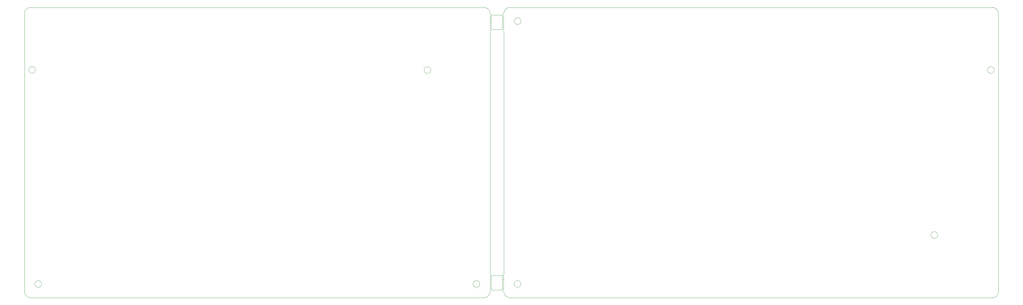
<source format=gbr>
%TF.GenerationSoftware,KiCad,Pcbnew,(5.1.9)-1*%
%TF.CreationDate,2021-02-13T03:00:00+09:00*%
%TF.ProjectId,yuiop63hhs,7975696f-7036-4336-9868-732e6b696361,1*%
%TF.SameCoordinates,Original*%
%TF.FileFunction,Profile,NP*%
%FSLAX46Y46*%
G04 Gerber Fmt 4.6, Leading zero omitted, Abs format (unit mm)*
G04 Created by KiCad (PCBNEW (5.1.9)-1) date 2021-02-13 03:00:00*
%MOMM*%
%LPD*%
G01*
G04 APERTURE LIST*
%TA.AperFunction,Profile*%
%ADD10C,0.050000*%
%TD*%
G04 APERTURE END LIST*
D10*
X367600000Y-121000000D02*
G75*
G03*
X367600000Y-121000000I-1100000J0D01*
G01*
X212600000Y-105000000D02*
G75*
G03*
X212600000Y-105000000I-1100000J0D01*
G01*
X349100000Y-175000000D02*
G75*
G03*
X349100000Y-175000000I-1100000J0D01*
G01*
X212600000Y-191000000D02*
G75*
G03*
X212600000Y-191000000I-1100000J0D01*
G01*
X199100000Y-191000000D02*
G75*
G03*
X199100000Y-191000000I-1100000J0D01*
G01*
X55600000Y-191000000D02*
G75*
G03*
X55600000Y-191000000I-1100000J0D01*
G01*
X183100000Y-121000000D02*
G75*
G03*
X183100000Y-121000000I-1100000J0D01*
G01*
X53600000Y-121000000D02*
G75*
G03*
X53600000Y-121000000I-1100000J0D01*
G01*
X207000000Y-191000000D02*
G75*
G03*
X207000000Y-191000000I-250000J0D01*
G01*
X207000000Y-191750000D02*
G75*
G03*
X207000000Y-191750000I-250000J0D01*
G01*
X207000000Y-190250000D02*
G75*
G03*
X207000000Y-190250000I-250000J0D01*
G01*
X207000000Y-188750000D02*
G75*
G03*
X207000000Y-188750000I-250000J0D01*
G01*
X207000000Y-189500000D02*
G75*
G03*
X207000000Y-189500000I-250000J0D01*
G01*
X207000000Y-192500000D02*
G75*
G03*
X207000000Y-192500000I-250000J0D01*
G01*
X203000000Y-191000000D02*
G75*
G03*
X203000000Y-191000000I-250000J0D01*
G01*
X203000000Y-191750000D02*
G75*
G03*
X203000000Y-191750000I-250000J0D01*
G01*
X203000000Y-190250000D02*
G75*
G03*
X203000000Y-190250000I-250000J0D01*
G01*
X203000000Y-188750000D02*
G75*
G03*
X203000000Y-188750000I-250000J0D01*
G01*
X203000000Y-189500000D02*
G75*
G03*
X203000000Y-189500000I-250000J0D01*
G01*
X203000000Y-192500000D02*
G75*
G03*
X203000000Y-192500000I-250000J0D01*
G01*
X207000000Y-107250000D02*
G75*
G03*
X207000000Y-107250000I-250000J0D01*
G01*
X207000000Y-106500000D02*
G75*
G03*
X207000000Y-106500000I-250000J0D01*
G01*
X207000000Y-105750000D02*
G75*
G03*
X207000000Y-105750000I-250000J0D01*
G01*
X207000000Y-105000000D02*
G75*
G03*
X207000000Y-105000000I-250000J0D01*
G01*
X207000000Y-104250000D02*
G75*
G03*
X207000000Y-104250000I-250000J0D01*
G01*
X207000000Y-103500000D02*
G75*
G03*
X207000000Y-103500000I-250000J0D01*
G01*
X203000000Y-107250000D02*
G75*
G03*
X203000000Y-107250000I-250000J0D01*
G01*
X203000000Y-106500000D02*
G75*
G03*
X203000000Y-106500000I-250000J0D01*
G01*
X203000000Y-105750000D02*
G75*
G03*
X203000000Y-105750000I-250000J0D01*
G01*
X203000000Y-105000000D02*
G75*
G03*
X203000000Y-105000000I-250000J0D01*
G01*
X203000000Y-104250000D02*
G75*
G03*
X203000000Y-104250000I-250000J0D01*
G01*
X203000000Y-103500000D02*
G75*
G03*
X203000000Y-103500000I-250000J0D01*
G01*
X202500000Y-108250000D02*
G75*
G02*
X203000000Y-107750000I500000J0D01*
G01*
X206500000Y-107750000D02*
G75*
G02*
X207000000Y-108250000I0J-500000D01*
G01*
X203000000Y-188250000D02*
X206500000Y-188250000D01*
X203000000Y-188250000D02*
G75*
G02*
X202500000Y-187750000I0J500000D01*
G01*
X207000000Y-187750000D02*
G75*
G02*
X206500000Y-188250000I-500000J0D01*
G01*
X203000000Y-193000000D02*
X206500000Y-193000000D01*
X203000000Y-103000000D02*
X206500000Y-103000000D01*
X203000000Y-103000000D02*
G75*
G02*
X202500000Y-102500000I0J500000D01*
G01*
X207000000Y-102500000D02*
G75*
G02*
X206500000Y-103000000I-500000J0D01*
G01*
X206500000Y-193000000D02*
G75*
G02*
X207000000Y-193500000I0J-500000D01*
G01*
X202500000Y-193500000D02*
G75*
G02*
X203000000Y-193000000I500000J0D01*
G01*
X200500000Y-100500000D02*
X52000000Y-100500000D01*
X367000000Y-100500000D02*
X209000000Y-100500000D01*
X209000000Y-195500000D02*
X367000000Y-195500000D01*
X52000000Y-195500000D02*
X200500000Y-195500000D01*
X207000000Y-102500000D02*
G75*
G02*
X209000000Y-100500000I2000000J0D01*
G01*
X200500000Y-100500000D02*
G75*
G02*
X202500000Y-102500000I0J-2000000D01*
G01*
X202500000Y-108250000D02*
X202500000Y-187750000D01*
X209000000Y-195500000D02*
G75*
G02*
X207000000Y-193500000I0J2000000D01*
G01*
X202500000Y-193500000D02*
G75*
G02*
X200500000Y-195500000I-2000000J0D01*
G01*
X369000000Y-193500000D02*
G75*
G02*
X367000000Y-195500000I-2000000J0D01*
G01*
X367000000Y-100500000D02*
G75*
G02*
X369000000Y-102500000I0J-2000000D01*
G01*
X50000000Y-102500000D02*
G75*
G02*
X52000000Y-100500000I2000000J0D01*
G01*
X52000000Y-195500000D02*
G75*
G02*
X50000000Y-193500000I0J2000000D01*
G01*
X206500000Y-107750000D02*
X203000000Y-107750000D01*
X207000000Y-187750000D02*
X207000000Y-108250000D01*
X50000000Y-193500000D02*
X50000000Y-102500000D01*
X369000000Y-102500000D02*
X369000000Y-193500000D01*
M02*

</source>
